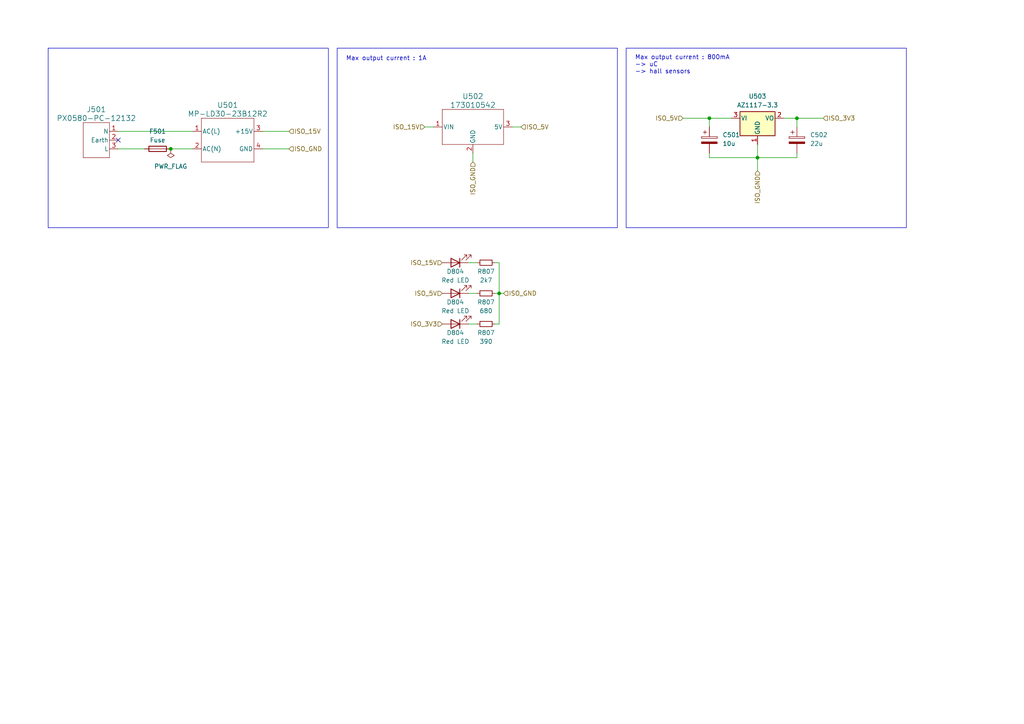
<source format=kicad_sch>
(kicad_sch (version 20230121) (generator eeschema)
  (paper "A4")
  (title_block (title "AAP Inverter") (date "2023-05-01") (company "ENSEA"))
  (lib_symbols
    (symbol "Custom:173010542" (pin_names (offset 0.254))
      (property "Reference" "U" (at 7.62 -6.35 0))
      (property "Value" "173010542" (at 0 6.35 0))
      (symbol "173010542_0_1"
        (polyline (pts (xy -8.89 -5.08) (xy 8.89 -5.08)) (stroke (width 0.127)))
        (polyline (pts (xy -8.89 5.08) (xy -8.89 -5.08)) (stroke (width 0.127)))
        (polyline (pts (xy 8.89 -5.08) (xy 8.89 5.08)) (stroke (width 0.127)))
        (polyline (pts (xy 8.89 5.08) (xy -8.89 5.08)) (stroke (width 0.127)))
      )
      (symbol "173010542_1_1"
        (pin power_in line (at -11.43 0 0) (length 2.54) (name "VIN") (number "1"))
        (pin power_in line (at 0 -7.62 90) (length 2.54) (name "GND") (number "2"))
        (pin power_out line (at 11.43 0 180) (length 2.54) (name "5V") (number "3"))
      )
    )
    (symbol "Device:C_Polarized" (pin_numbers hide) (pin_names (offset 0.254))
      (property "Reference" "C" (at 0.635 2.54 0))
      (property "Value" "C_Polarized" (at 0.635 -2.54 0))
      (symbol "C_Polarized_0_1"
        (rectangle (start -2.286 0.508) (end 2.286 1.016))
        (polyline (pts (xy -1.778 2.286) (xy -0.762 2.286)))
        (polyline (pts (xy -1.27 2.794) (xy -1.27 1.778)))
        (rectangle (start 2.286 -0.508) (end -2.286 -1.016) (fill (type outline)))
      )
      (symbol "C_Polarized_1_1"
        (pin passive line (at 0 3.81 270) (length 2.794) (name "~") (number "1"))
        (pin passive line (at 0 -3.81 90) (length 2.794) (name "~") (number "2"))
      )
    )
    (symbol "Device:Fuse" (pin_numbers hide) (pin_names (offset 0))
      (property "Reference" "F" (at 2.032 0 90))
      (property "Value" "Fuse" (at -1.905 0 90))
      (symbol "Fuse_0_1"
        (rectangle (start -0.762 -2.54) (end 0.762 2.54) (stroke (width 0.254)))
        (polyline (pts (xy 0 2.54) (xy 0 -2.54)))
      )
      (symbol "Fuse_1_1"
        (pin passive line (at 0 3.81 270) (length 1.27) (name "~") (number "1"))
        (pin passive line (at 0 -3.81 90) (length 1.27) (name "~") (number "2"))
      )
    )
    (symbol "Device:LED" (pin_numbers hide) (pin_names (offset 1.016) hide)
      (property "Reference" "D" (at 0 2.54 0))
      (property "Value" "LED" (at 0 -2.54 0))
      (symbol "LED_0_1"
        (polyline (pts (xy -1.27 -1.27) (xy -1.27 1.27)) (stroke (width 0.254)))
        (polyline (pts (xy -1.27 0) (xy 1.27 0)))
        (polyline (pts (xy 1.27 -1.27) (xy 1.27 1.27) (xy -1.27 0) (xy 1.27 -1.27)) (stroke (width 0.254)))
        (polyline (pts (xy -3.048 -0.762) (xy -4.572 -2.286) (xy -3.81 -2.286) (xy -4.572 -2.286) (xy -4.572 -1.524)))
        (polyline (pts (xy -1.778 -0.762) (xy -3.302 -2.286) (xy -2.54 -2.286) (xy -3.302 -2.286) (xy -3.302 -1.524)))
      )
      (symbol "LED_1_1"
        (pin passive line (at -3.81 0 0) (length 2.54) (name "K") (number "1"))
        (pin passive line (at 3.81 0 180) (length 2.54) (name "A") (number "2"))
      )
    )
    (symbol "Device:R_Small" (pin_numbers hide) (pin_names (offset 0.254) hide)
      (property "Reference" "R" (at 0.762 0.508 0))
      (property "Value" "R_Small" (at 0.762 -1.016 0))
      (symbol "R_Small_0_1"
        (rectangle (start -0.762 1.778) (end 0.762 -1.778) (stroke (width 0.2032)))
      )
      (symbol "R_Small_1_1"
        (pin passive line (at 0 2.54 270) (length 0.762) (name "~") (number "1"))
        (pin passive line (at 0 -2.54 90) (length 0.762) (name "~") (number "2"))
      )
    )
    (symbol "MP-LD30-23B15R2:MP-LD30-23B12R2" (pin_names (offset 0.254))
      (property "Reference" "U" (at 5.08 -7.62 0))
      (property "Value" "MP-LD30-23B12R2" (at 0 7.62 0))
      (symbol "MP-LD30-23B12R2_0_1"
        (polyline (pts (xy -7.62 -6.35) (xy 7.62 -6.35)) (stroke (width 0.127)))
        (polyline (pts (xy -7.62 6.35) (xy -7.62 -6.35)) (stroke (width 0.127)))
        (polyline (pts (xy 7.62 -6.35) (xy 7.62 6.35)) (stroke (width 0.127)))
        (polyline (pts (xy 7.62 6.35) (xy -7.62 6.35)) (stroke (width 0.127)))
      )
      (symbol "MP-LD30-23B12R2_1_1"
        (pin power_in line (at -10.16 2.54 0) (length 2.54) (name "AC(L)") (number "1"))
        (pin power_in line (at -10.16 -2.54 0) (length 2.54) (name "AC(N)") (number "2"))
        (pin power_out line (at 10.16 2.54 180) (length 2.54) (name "+15V") (number "3"))
        (pin power_out line (at 10.16 -2.54 180) (length 2.54) (name "GND") (number "4"))
      )
    )
    (symbol "PX0580-PC-12132:PX0580-PC-12132" (pin_names (offset 0.254))
      (property "Reference" "J" (at -1.27 -6.35 0))
      (property "Value" "PX0580-PC-12132" (at -5.08 6.35 0))
      (symbol "PX0580-PC-12132_1_1"
        (polyline (pts (xy -7.62 -5.08) (xy -7.62 5.08)) (stroke (width 0.127)))
        (polyline (pts (xy -7.62 5.08) (xy 0 5.08)) (stroke (width 0.127)))
        (polyline (pts (xy 0 -5.08) (xy -7.62 -5.08)) (stroke (width 0.127)))
        (polyline (pts (xy 0 5.08) (xy 0 -5.08)) (stroke (width 0.127)))
        (pin power_out line (at 2.54 2.54 180) (length 2.54) (name "N") (number "1"))
        (pin power_out line (at 2.54 0 180) (length 2.54) (name "Earth") (number "2"))
        (pin power_out line (at 2.54 -2.54 180) (length 2.54) (name "L") (number "3"))
      )
      (symbol "PX0580-PC-12132_1_2"
        (polyline (pts (xy 5.08 -7.62) (xy 12.7 -7.62)) (stroke (width 0.127)))
        (polyline (pts (xy 5.08 2.54) (xy 5.08 -7.62)) (stroke (width 0.127)))
        (polyline (pts (xy 7.62 -5.08) (xy 5.08 -5.08)) (stroke (width 0.127)))
        (polyline (pts (xy 7.62 -5.08) (xy 8.89 -5.9267)) (stroke (width 0.127)))
        (polyline (pts (xy 7.62 -5.08) (xy 8.89 -4.2333)) (stroke (width 0.127)))
        (polyline (pts (xy 7.62 -2.54) (xy 5.08 -2.54)) (stroke (width 0.127)))
        (polyline (pts (xy 7.62 -2.54) (xy 8.89 -3.3867)) (stroke (width 0.127)))
        (polyline (pts (xy 7.62 -2.54) (xy 8.89 -1.6933)) (stroke (width 0.127)))
        (polyline (pts (xy 7.62 0) (xy 5.08 0)) (stroke (width 0.127)))
        (polyline (pts (xy 7.62 0) (xy 8.89 -0.8467)) (stroke (width 0.127)))
        (polyline (pts (xy 7.62 0) (xy 8.89 0.8467)) (stroke (width 0.127)))
        (polyline (pts (xy 12.7 -7.62) (xy 12.7 2.54)) (stroke (width 0.127)))
        (polyline (pts (xy 12.7 2.54) (xy 5.08 2.54)) (stroke (width 0.127)))
        (pin unspecified line (at 0 0 0) (length 5.08) (name "1") (number "1"))
        (pin unspecified line (at 0 -2.54 0) (length 5.08) (name "2") (number "2"))
        (pin unspecified line (at 0 -5.08 0) (length 5.08) (name "3") (number "3"))
      )
    )
    (symbol "Regulator_Linear:AZ1117-3.3" (pin_names (offset 0.254))
      (property "Reference" "U" (at -3.81 3.175 0))
      (property "Value" "AZ1117-3.3" (at 0 3.175 0))
      (symbol "AZ1117-3.3_0_1"
        (rectangle (start -5.08 1.905) (end 5.08 -5.08) (stroke (width 0.254)) (fill (type background)))
      )
      (symbol "AZ1117-3.3_1_1"
        (pin power_in line (at 0 -7.62 90) (length 2.54) (name "GND") (number "1"))
        (pin power_out line (at 7.62 0 180) (length 2.54) (name "VO") (number "2"))
        (pin power_in line (at -7.62 0 0) (length 2.54) (name "VI") (number "3"))
      )
    )
    (symbol "power:PWR_FLAG" (power) (pin_numbers hide) (pin_names (offset 0) hide)
      (property "Value" "PWR_FLAG" (at 0 3.81 0))
      (symbol "PWR_FLAG_0_0"
        (pin power_out line (at 0 0 90) (length 0) (name "pwr") (number "1"))
      )
      (symbol "PWR_FLAG_0_1"
        (polyline (pts (xy 0 0) (xy 0 1.27) (xy -1.016 1.905) (xy 0 2.54) (xy 1.016 1.905) (xy 0 1.27)))
      )
    )
  )
  (junction (at 231.14 34.29))
  (junction (at 144.78 85.09))
  (junction (at 219.71 45.72))
  (junction (at 49.53 43.18))
  (junction (at 205.74 34.29))
  (no_connect (at 34.29 40.64))
  (wire (pts (xy 123.19 36.83) (xy 125.73 36.83)))
  (wire (pts (xy 135.89 76.2) (xy 138.43 76.2)))
  (wire (pts (xy 198.12 34.29) (xy 205.74 34.29)))
  (wire (pts (xy 144.78 76.2) (xy 144.78 85.09)))
  (wire (pts (xy 231.14 34.29) (xy 227.33 34.29)))
  (wire (pts (xy 144.78 85.09) (xy 144.78 93.98)))
  (wire (pts (xy 143.51 76.2) (xy 144.78 76.2)))
  (wire (pts (xy 144.78 85.09) (xy 146.05 85.09)))
  (wire (pts (xy 76.2 38.1) (xy 83.82 38.1)))
  (wire (pts (xy 205.74 34.29) (xy 205.74 36.83)))
  (wire (pts (xy 231.14 45.72) (xy 219.71 45.72)))
  (wire (pts (xy 205.74 44.45) (xy 205.74 45.72)))
  (wire (pts (xy 76.2 43.18) (xy 83.82 43.18)))
  (wire (pts (xy 205.74 45.72) (xy 219.71 45.72)))
  (wire (pts (xy 238.76 34.29) (xy 231.14 34.29)))
  (wire (pts (xy 151.13 36.83) (xy 148.59 36.83)))
  (wire (pts (xy 143.51 93.98) (xy 144.78 93.98)))
  (wire (pts (xy 143.51 85.09) (xy 144.78 85.09)))
  (wire (pts (xy 219.71 45.72) (xy 219.71 41.91)))
  (wire (pts (xy 231.14 44.45) (xy 231.14 45.72)))
  (wire (pts (xy 137.16 46.99) (xy 137.16 44.45)))
  (wire (pts (xy 219.71 49.53) (xy 219.71 45.72)))
  (wire (pts (xy 205.74 34.29) (xy 212.09 34.29)))
  (wire (pts (xy 135.89 85.09) (xy 138.43 85.09)))
  (wire (pts (xy 34.29 38.1) (xy 55.88 38.1)))
  (wire (pts (xy 49.53 43.18) (xy 55.88 43.18)))
  (wire (pts (xy 135.89 93.98) (xy 138.43 93.98)))
  (wire (pts (xy 231.14 34.29) (xy 231.14 36.83)))
  (wire (pts (xy 34.29 43.18) (xy 41.91 43.18)))
  (rectangle (start 13.97 13.97) (end 95.25 66.04))
  (rectangle (start 181.61 13.97) (end 262.89 66.04))
  (rectangle (start 97.79 13.97) (end 179.07 66.04))
  (text "Max output current : 800mA\n-> uC\n-> hall sensors" (at 184.15 21.59 0) (effects (font (size 1.27 1.27)) (justify left bottom)))
  (text "Max output current : 1A" (at 100.33 17.78 0) (effects (font (size 1.27 1.27)) (justify left bottom)))
  (hierarchical_label "ISO_3V3" (shape input) (at 238.76 34.29 0))
  (hierarchical_label "ISO_5V" (shape input) (at 151.13 36.83 0))
  (hierarchical_label "ISO_GND" (shape input) (at 146.05 85.09 0))
  (hierarchical_label "ISO_15V" (shape input) (at 123.19 36.83 180))
  (hierarchical_label "ISO_15V" (shape input) (at 83.82 38.1 0))
  (hierarchical_label "ISO_GND" (shape input) (at 83.82 43.18 0))
  (hierarchical_label "ISO_GND" (shape input) (at 137.16 46.99 270))
  (hierarchical_label "ISO_5V" (shape input) (at 198.12 34.29 180))
  (hierarchical_label "ISO_15V" (shape input) (at 128.27 76.2 180))
  (hierarchical_label "ISO_GND" (shape input) (at 219.71 49.53 270))
  (hierarchical_label "ISO_5V" (shape input) (at 128.27 85.09 180))
  (hierarchical_label "ISO_3V3" (shape input) (at 128.27 93.98 180))
  (symbol (lib_id "Device:R_Small") (at 140.97 76.2 90) (unit 1)
    (property "Reference" "R807" (at 140.97 78.74 90))
    (property "Value" "2k7" (at 140.97 81.28 90))
    (property "Footprint" "Resistor_SMD:R_0402_1005Metric" (effects hide))
    (property "Fournisseur" "Stock" (effects hide))
    (instances (project "Inverter_KiCAD" (path "" (reference "R807") (unit 1)) (path "" (reference "R205") (unit 1)) (path "" (reference "R305") (unit 1)) (path "" (reference "R405") (unit 1)) (path "" (reference "R501") (unit 1))))
  )
  (symbol (lib_id "Device:C_Polarized") (at 231.14 40.64 0) (unit 1)
    (property "Reference" "C502" (at 234.95 39.116 0) (effects (justify left)))
    (property "Value" "22u" (at 234.95 41.656 0) (effects (justify left)))
    (property "Footprint" "Capacitor_SMD:CP_Elec_5x5.4" (effects hide))
    (property "MFR" "865 060 442 002" (effects hide))
    (property "Fournisseur" "Wurth" (effects hide))
  )
  (symbol (lib_id "Regulator_Linear:AZ1117-3.3") (at 219.71 34.29 0) (unit 1)
    (property "Reference" "U503" (at 219.71 27.94 0))
    (property "Value" "AZ1117-3.3" (at 219.71 30.48 0))
    (property "Footprint" "Package_TO_SOT_SMD:SOT-223-3_TabPin2" (effects hide))
    (property "Datasheet" "https://www.diodes.com/assets/Datasheets/AZ1117.pdf" (effects hide))
    (property "Fournisseur" "RS" (effects hide))
    (property "MFR" "AZ1117H-3.3TRE1" (effects hide))
    (property "Ref" "921-0701" (effects hide))
  )
  (symbol (lib_id "PX0580-PC-12132:PX0580-PC-12132") (at 31.75 40.64 0) (unit 1)
    (property "Reference" "J501" (at 27.94 31.75 0) (effects (font (size 1.524 1.524))))
    (property "Value" "PX0580-PC-12132" (at 27.94 34.29 0) (effects (font (size 1.524 1.524))))
    (property "Footprint" "Custom:PX0580-PC-12132" (effects hide))
    (property "Datasheet" "PX0580-PC-12132" (effects hide))
    (property "Fournisseur" "RS" (effects hide))
    (property "MFR" "PX0580/PC/12132" (effects hide))
    (property "Ref" "261-5840" (effects hide))
  )
  (symbol (lib_id "Device:LED") (at 132.08 76.2 180) (unit 1)
    (property "Reference" "D804" (at 132.08 78.74 0))
    (property "Value" "Red LED" (at 132.08 81.28 0))
    (property "Footprint" "LED_SMD:LED_0603_1608Metric" (effects hide))
    (property "Fournisseur" "Wurth" (effects hide))
    (property "MFR" "150 060 RS5 504 0" (effects hide))
    (instances (project "Inverter_KiCAD" (path "" (reference "D804") (unit 1)) (path "" (reference "D203") (unit 1)) (path "" (reference "D303") (unit 1)) (path "" (reference "D403") (unit 1)) (path "" (reference "D501") (unit 1))))
  )
  (symbol (lib_id "power:PWR_FLAG") (at 49.53 43.18 180) (unit 1)
    (property "Reference" "#FLG0501" (effects hide))
    (property "Value" "PWR_FLAG" (at 49.53 48.26 0))
  )
  (symbol (lib_id "Device:Fuse") (at 45.72 43.18 90) (unit 1)
    (property "Reference" "F501" (at 45.72 38.1 90))
    (property "Value" "Fuse" (at 45.72 40.64 90))
    (property "Footprint" "Custom:0031.8201" (effects hide))
    (property "Fournisseur" "Wurth" (effects hide))
    (property "MFR" "696 108 003 002" (effects hide))
  )
  (symbol (lib_id "Custom:173010542") (at 137.16 36.83 0) (unit 1)
    (property "Reference" "U502" (at 137.16 27.94 0) (effects (font (size 1.524 1.524))))
    (property "Value" "173010542" (at 137.16 30.48 0) (effects (font (size 1.524 1.524))))
    (property "Footprint" "Custom:173010578" (effects hide))
    (property "Datasheet" "173010542" (effects hide))
    (property "MFR" "173 010 542" (effects hide))
    (property "Fournisseur" "Wurth" (effects hide))
  )
  (symbol (lib_id "Device:LED") (at 132.08 85.09 180) (unit 1)
    (property "Reference" "D804" (at 132.08 87.63 0))
    (property "Value" "Red LED" (at 132.08 90.17 0))
    (property "Footprint" "LED_SMD:LED_0603_1608Metric" (effects hide))
    (property "Fournisseur" "Wurth" (effects hide))
    (property "MFR" "150 060 RS5 504 0" (effects hide))
    (instances (project "Inverter_KiCAD" (path "" (reference "D804") (unit 1)) (path "" (reference "D203") (unit 1)) (path "" (reference "D303") (unit 1)) (path "" (reference "D403") (unit 1)) (path "" (reference "D502") (unit 1))))
  )
  (symbol (lib_id "Device:C_Polarized") (at 205.74 40.64 0) (unit 1)
    (property "Reference" "C501" (at 209.55 39.116 0) (effects (justify left)))
    (property "Value" "10u" (at 209.55 41.656 0) (effects (justify left)))
    (property "Footprint" "Capacitor_SMD:CP_Elec_4x5.4" (effects hide))
    (property "MFR" "865 060 440 001" (effects hide))
    (property "Fournisseur" "Wurth" (effects hide))
  )
  (symbol (lib_id "Device:R_Small") (at 140.97 93.98 90) (unit 1)
    (property "Reference" "R807" (at 140.97 96.52 90))
    (property "Value" "390" (at 140.97 99.06 90))
    (property "Footprint" "Resistor_SMD:R_0402_1005Metric" (effects hide))
    (property "Fournisseur" "Farnell" (effects hide))
    (property "MFR" "CRCW0402390RFKEDC" (effects hide))
    (property "Ref" "4177482" (effects hide))
    (instances (project "Inverter_KiCAD" (path "" (reference "R807") (unit 1)) (path "" (reference "R205") (unit 1)) (path "" (reference "R305") (unit 1)) (path "" (reference "R405") (unit 1)) (path "" (reference "R503") (unit 1))))
  )
  (symbol (lib_id "Device:R_Small") (at 140.97 85.09 90) (unit 1)
    (property "Reference" "R807" (at 140.97 87.63 90))
    (property "Value" "680" (at 140.97 90.17 90))
    (property "Footprint" "Resistor_SMD:R_0402_1005Metric" (effects hide))
    (property "Fournisseur" "Stock" (effects hide))
    (instances (project "Inverter_KiCAD" (path "" (reference "R807") (unit 1)) (path "" (reference "R205") (unit 1)) (path "" (reference "R305") (unit 1)) (path "" (reference "R405") (unit 1)) (path "" (reference "R502") (unit 1))))
  )
  (symbol (lib_id "Device:LED") (at 132.08 93.98 180) (unit 1)
    (property "Reference" "D804" (at 132.08 96.52 0))
    (property "Value" "Red LED" (at 132.08 99.06 0))
    (property "Footprint" "LED_SMD:LED_0603_1608Metric" (effects hide))
    (property "Fournisseur" "Wurth" (effects hide))
    (property "MFR" "150 060 RS5 504 0" (effects hide))
    (instances (project "Inverter_KiCAD" (path "" (reference "D804") (unit 1)) (path "" (reference "D203") (unit 1)) (path "" (reference "D303") (unit 1)) (path "" (reference "D403") (unit 1)) (path "" (reference "D503") (unit 1))))
  )
  (symbol (lib_id "MP-LD30-23B15R2:MP-LD30-23B12R2") (at 66.04 40.64 0) (unit 1)
    (property "Reference" "U501" (at 66.04 30.48 0) (effects (font (size 1.524 1.524))))
    (property "Value" "MP-LD30-23B12R2" (at 66.04 33.02 0) (effects (font (size 1.524 1.524))))
    (property "Footprint" "Custom:MP-LD30-23B15R2" (effects hide))
    (property "Datasheet" "MP-LD30-23B12R2" (effects hide))
    (property "MFR" "MP-LD30-23B15R2" (effects hide))
    (property "Fournisseur" "Farnell" (effects hide))
    (property "Ref" "3780527" (effects hide))
  )
)
</source>
